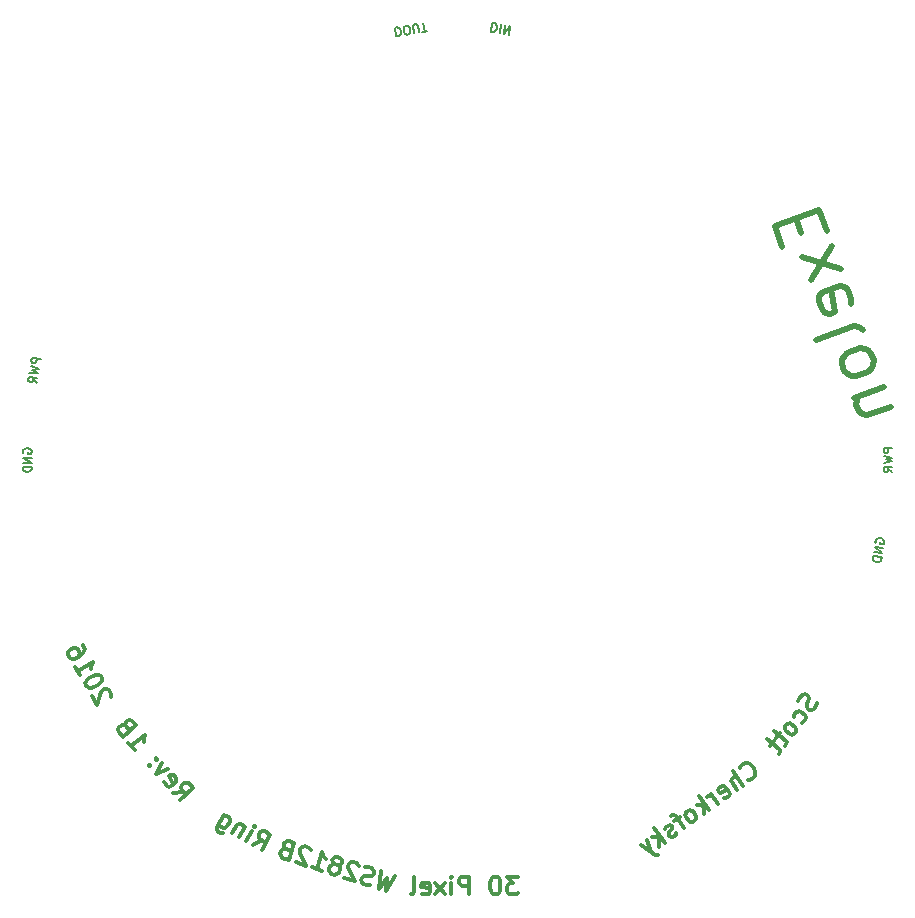
<source format=gbo>
G04 #@! TF.FileFunction,Legend,Bot*
%FSLAX46Y46*%
G04 Gerber Fmt 4.6, Leading zero omitted, Abs format (unit mm)*
G04 Created by KiCad (PCBNEW 4.0.1-stable) date 2/4/2016 5:34:23 PM*
%MOMM*%
G01*
G04 APERTURE LIST*
%ADD10C,0.100000*%
%ADD11C,0.500000*%
%ADD12C,0.300000*%
%ADD13C,0.150000*%
G04 APERTURE END LIST*
D10*
D11*
X206812195Y-54584728D02*
X207268222Y-55837651D01*
X209432542Y-55658005D02*
X208781075Y-53868114D01*
X205022305Y-55236195D01*
X205673772Y-57026086D01*
X209888569Y-56910929D02*
X208099335Y-59791863D01*
X207382722Y-57822983D02*
X210605183Y-58879809D01*
X211468541Y-61808780D02*
X211517236Y-61385655D01*
X211256649Y-60669699D01*
X210947367Y-60376868D01*
X210524242Y-60328172D01*
X209092330Y-60849346D01*
X208799498Y-61158628D01*
X208750802Y-61581753D01*
X209011389Y-62297709D01*
X209320671Y-62590540D01*
X209743797Y-62639237D01*
X210101775Y-62508943D01*
X209808285Y-60588759D01*
X212494437Y-64070492D02*
X212185154Y-63777659D01*
X211762029Y-63728964D01*
X208540226Y-64901605D01*
X213211050Y-66039371D02*
X212901768Y-65746539D01*
X212657631Y-65632697D01*
X212234507Y-65584002D01*
X211160573Y-65974882D01*
X210867741Y-66284164D01*
X210753898Y-66528300D01*
X210705203Y-66951425D01*
X210900643Y-67488392D01*
X211209925Y-67781223D01*
X211454062Y-67895066D01*
X211877186Y-67943761D01*
X212951120Y-67552881D01*
X213243952Y-67243599D01*
X213357794Y-66999462D01*
X213406490Y-66576338D01*
X213211050Y-66039371D01*
X211747550Y-69815250D02*
X214253397Y-68903196D01*
X212105529Y-69684957D02*
X211991686Y-69929092D01*
X211942990Y-70352218D01*
X212138430Y-70889184D01*
X212447712Y-71182016D01*
X212870838Y-71230712D01*
X214839718Y-70514098D01*
D12*
X148823374Y-95077636D02*
X148849519Y-94980063D01*
X148839949Y-94820630D01*
X148661378Y-94511335D01*
X148528090Y-94423332D01*
X148430516Y-94397187D01*
X148271084Y-94406757D01*
X148147367Y-94478186D01*
X147997504Y-94647187D01*
X147683768Y-95818066D01*
X147219483Y-95013900D01*
X148054235Y-93459734D02*
X147982807Y-93336016D01*
X147849519Y-93248013D01*
X147751945Y-93221868D01*
X147592513Y-93231437D01*
X147309363Y-93312436D01*
X147000068Y-93491007D01*
X146788347Y-93695723D01*
X146700344Y-93829010D01*
X146674199Y-93926584D01*
X146683769Y-94086016D01*
X146755197Y-94209734D01*
X146888484Y-94297738D01*
X146986058Y-94323882D01*
X147145490Y-94314312D01*
X147428640Y-94233315D01*
X147737935Y-94054743D01*
X147949656Y-93850027D01*
X148037660Y-93716740D01*
X148063805Y-93619166D01*
X148054235Y-93459734D01*
X145790912Y-92539542D02*
X146219483Y-93281850D01*
X146005197Y-92910696D02*
X147304235Y-92160696D01*
X147190087Y-92391556D01*
X147137798Y-92586704D01*
X147147367Y-92746136D01*
X146447093Y-90676081D02*
X146589950Y-90923517D01*
X146599519Y-91082949D01*
X146573374Y-91180523D01*
X146459226Y-91411383D01*
X146247505Y-91616100D01*
X145752633Y-91901814D01*
X145593201Y-91911383D01*
X145495628Y-91885239D01*
X145362340Y-91797235D01*
X145219483Y-91549799D01*
X145209913Y-91390367D01*
X145236058Y-91292793D01*
X145324062Y-91159507D01*
X145633357Y-90980935D01*
X145792789Y-90971365D01*
X145890362Y-90997510D01*
X146023649Y-91085514D01*
X146166506Y-91332949D01*
X146176076Y-91492382D01*
X146149932Y-91589955D01*
X146061928Y-91723243D01*
X202795502Y-102109437D02*
X202895274Y-102125240D01*
X203110620Y-102057072D01*
X203226193Y-101973103D01*
X203357569Y-101789363D01*
X203389174Y-101589819D01*
X203362992Y-101432261D01*
X203252840Y-101159128D01*
X203126886Y-100985768D01*
X202901160Y-100796604D01*
X202759404Y-100723015D01*
X202559860Y-100691411D01*
X202344515Y-100759577D01*
X202228942Y-100843547D01*
X202097566Y-101027288D01*
X202081763Y-101127060D01*
X202359389Y-102602873D02*
X201477711Y-101389348D01*
X201839307Y-102980735D02*
X201377476Y-102345079D01*
X201351294Y-102187520D01*
X201424883Y-102045764D01*
X201598243Y-101919810D01*
X201755802Y-101893628D01*
X201855574Y-101909431D01*
X200757158Y-103678672D02*
X200914716Y-103652489D01*
X201145863Y-103484551D01*
X201219453Y-103342795D01*
X201193271Y-103185237D01*
X200857393Y-102722941D01*
X200715637Y-102649352D01*
X200558078Y-102675534D01*
X200326931Y-102843472D01*
X200253342Y-102985229D01*
X200279524Y-103142788D01*
X200363493Y-103258361D01*
X201025332Y-102954088D01*
X200221273Y-104156305D02*
X199633487Y-103347288D01*
X199801427Y-103578437D02*
X199659671Y-103504847D01*
X199559899Y-103489045D01*
X199402340Y-103515227D01*
X199286766Y-103599196D01*
X199470043Y-104702106D02*
X198588365Y-103488580D01*
X199018592Y-104323780D02*
X199007748Y-105037983D01*
X198419963Y-104228966D02*
X199218135Y-104355385D01*
X198314304Y-105541799D02*
X198387894Y-105400043D01*
X198403696Y-105300271D01*
X198377514Y-105142713D01*
X198125606Y-104795992D01*
X197983850Y-104722403D01*
X197884078Y-104706600D01*
X197726519Y-104732782D01*
X197553159Y-104858736D01*
X197479570Y-105000492D01*
X197463767Y-105100265D01*
X197489949Y-105257823D01*
X197741857Y-105604544D01*
X197883614Y-105678133D01*
X197983386Y-105693936D01*
X198140944Y-105667753D01*
X198314304Y-105541799D01*
X196975289Y-105278583D02*
X196512993Y-105614460D01*
X197389713Y-106213554D02*
X196633990Y-105173389D01*
X196492234Y-105099800D01*
X196334674Y-105125982D01*
X196219101Y-105209952D01*
X196712073Y-106617598D02*
X196638484Y-106759354D01*
X196407335Y-106927293D01*
X196249777Y-106953476D01*
X196108021Y-106879887D01*
X196066037Y-106822099D01*
X196039854Y-106664541D01*
X196113443Y-106522785D01*
X196286804Y-106396831D01*
X196360393Y-106255075D01*
X196334211Y-106097516D01*
X196292226Y-106039729D01*
X196150470Y-105966140D01*
X195992911Y-105992322D01*
X195819550Y-106118276D01*
X195745961Y-106260033D01*
X195713892Y-107431109D02*
X194832214Y-106217584D01*
X195262441Y-107052784D02*
X195251597Y-107766986D01*
X194663812Y-106957969D02*
X195461984Y-107084388D01*
X194259302Y-107251862D02*
X194558153Y-108270803D01*
X193681434Y-107671709D02*
X194558153Y-108270803D01*
X194883651Y-108475768D01*
X194983422Y-108491571D01*
X195140980Y-108465388D01*
X208623553Y-95629338D02*
X208547911Y-95842173D01*
X208328032Y-96123605D01*
X208183794Y-96192203D01*
X208083531Y-96204514D01*
X207926983Y-96172848D01*
X207814410Y-96084897D01*
X207745813Y-95940659D01*
X207733502Y-95840396D01*
X207765168Y-95683848D01*
X207884784Y-95414726D01*
X207916450Y-95258177D01*
X207904139Y-95157915D01*
X207835542Y-95013676D01*
X207722969Y-94925725D01*
X207566420Y-94894060D01*
X207466158Y-94906370D01*
X207321919Y-94974968D01*
X207102040Y-95256399D01*
X207026400Y-95469235D01*
X207304278Y-97317932D02*
X207448516Y-97249335D01*
X207624419Y-97024189D01*
X207656085Y-96867640D01*
X207643774Y-96767378D01*
X207575177Y-96623140D01*
X207237458Y-96359285D01*
X207080909Y-96327620D01*
X206980647Y-96339930D01*
X206836408Y-96408528D01*
X206660505Y-96633673D01*
X206628840Y-96790222D01*
X206832854Y-98037346D02*
X206864520Y-97880796D01*
X206852209Y-97780534D01*
X206783612Y-97636296D01*
X206445894Y-97372441D01*
X206289345Y-97340777D01*
X206189083Y-97353087D01*
X206044844Y-97421684D01*
X205912917Y-97590543D01*
X205881252Y-97747092D01*
X205893563Y-97847355D01*
X205962159Y-97991593D01*
X206299878Y-98255448D01*
X206456427Y-98287113D01*
X206556690Y-98274802D01*
X206700927Y-98206204D01*
X206832854Y-98037346D01*
X205473158Y-98153408D02*
X205121351Y-98603700D01*
X204947225Y-98014437D02*
X205960382Y-98806002D01*
X206028980Y-98950240D01*
X205997314Y-99106789D01*
X205909362Y-99219362D01*
X204945448Y-98828846D02*
X204593641Y-99279138D01*
X204419515Y-98689875D02*
X205432672Y-99481440D01*
X205501270Y-99625678D01*
X205469604Y-99782227D01*
X205381652Y-99894800D01*
X154108705Y-103219650D02*
X154974087Y-103113272D01*
X154682245Y-103856631D02*
X155796962Y-102852935D01*
X155414603Y-102428282D01*
X155265930Y-102369913D01*
X155165053Y-102364627D01*
X155011094Y-102407135D01*
X154851849Y-102550519D01*
X154793481Y-102699192D01*
X154788194Y-102800068D01*
X154830702Y-102954027D01*
X155213062Y-103378681D01*
X153349271Y-102269466D02*
X153391779Y-102423424D01*
X153582959Y-102635751D01*
X153731631Y-102694119D01*
X153885589Y-102651611D01*
X154310244Y-102269251D01*
X154368612Y-102120579D01*
X154326104Y-101966620D01*
X154134924Y-101754293D01*
X153986252Y-101695925D01*
X153832293Y-101738433D01*
X153726130Y-101834023D01*
X154097917Y-102460431D01*
X153656974Y-101223475D02*
X152674853Y-101627197D01*
X153179024Y-100692658D01*
X152159682Y-100841544D02*
X152058805Y-100836258D01*
X152053518Y-100937134D01*
X152154395Y-100942421D01*
X152159682Y-100841544D01*
X152053518Y-100937134D01*
X152743581Y-100315799D02*
X152642704Y-100310513D01*
X152637417Y-100411389D01*
X152738294Y-100416676D01*
X152743581Y-100315799D01*
X152637417Y-100411389D01*
X150285102Y-98973108D02*
X150858642Y-99610090D01*
X150571872Y-99291599D02*
X151686589Y-98287903D01*
X151622933Y-98537452D01*
X151612361Y-98739206D01*
X151654868Y-98893165D01*
X150104280Y-97598055D02*
X149907813Y-97486605D01*
X149806937Y-97481318D01*
X149652978Y-97523826D01*
X149493733Y-97667211D01*
X149435364Y-97815883D01*
X149430077Y-97916760D01*
X149472586Y-98070719D01*
X149854946Y-98495373D01*
X150969664Y-97491677D01*
X150635098Y-97120104D01*
X150486426Y-97061736D01*
X150385549Y-97056449D01*
X150231591Y-97098958D01*
X150125427Y-97194548D01*
X150067058Y-97343219D01*
X150061772Y-97444097D01*
X150104280Y-97598055D01*
X150438846Y-97969627D01*
X160843246Y-107622660D02*
X161633401Y-107254071D01*
X161585554Y-108051231D02*
X162335554Y-106752193D01*
X161840683Y-106466479D01*
X161681250Y-106456909D01*
X161583677Y-106483055D01*
X161450389Y-106571058D01*
X161343246Y-106756634D01*
X161333677Y-106916067D01*
X161359821Y-107013640D01*
X161447825Y-107146928D01*
X161942696Y-107432642D01*
X160286516Y-107301231D02*
X160786516Y-106435206D01*
X161036516Y-106002193D02*
X161062661Y-106099767D01*
X160965087Y-106125912D01*
X160938943Y-106028338D01*
X161036516Y-106002193D01*
X160965087Y-106125912D01*
X160167926Y-106078063D02*
X159667926Y-106944088D01*
X160096497Y-106201781D02*
X160070353Y-106104208D01*
X159982349Y-105970920D01*
X159796773Y-105863777D01*
X159637340Y-105854208D01*
X159504052Y-105942211D01*
X159111195Y-106622660D01*
X158435875Y-105078063D02*
X157828732Y-106129665D01*
X157819163Y-106289098D01*
X157845307Y-106386671D01*
X157933311Y-106519958D01*
X158118888Y-106627101D01*
X158278320Y-106636671D01*
X157971589Y-105882230D02*
X158059593Y-106015517D01*
X158307029Y-106158374D01*
X158466461Y-106167944D01*
X158564034Y-106141799D01*
X158697322Y-106053796D01*
X158911607Y-105682642D01*
X158921177Y-105523210D01*
X158895033Y-105425637D01*
X158807029Y-105292348D01*
X158559593Y-105149491D01*
X158400161Y-105139922D01*
X172915150Y-110252823D02*
X172111961Y-111569044D01*
X172171321Y-110461765D01*
X171568501Y-111392463D01*
X171692363Y-109855515D01*
X170775382Y-111059659D02*
X170549512Y-111061374D01*
X170209848Y-110951010D01*
X170096056Y-110838933D01*
X170050196Y-110748927D01*
X170026409Y-110590990D01*
X170070554Y-110455125D01*
X170182631Y-110341332D01*
X170272637Y-110295472D01*
X170430575Y-110271685D01*
X170724378Y-110292042D01*
X170882316Y-110268256D01*
X170972321Y-110222395D01*
X171084399Y-110108603D01*
X171128544Y-109972738D01*
X171104757Y-109814800D01*
X171058897Y-109724795D01*
X170945104Y-109612716D01*
X170605442Y-109502353D01*
X170379571Y-109504068D01*
X169814038Y-109395420D02*
X169768178Y-109305414D01*
X169654385Y-109193336D01*
X169314722Y-109082973D01*
X169156784Y-109106761D01*
X169066779Y-109152621D01*
X168954701Y-109266413D01*
X168910556Y-109402278D01*
X168912270Y-109628149D01*
X169462590Y-110708211D01*
X168579467Y-110421267D01*
X168029147Y-109341205D02*
X168187085Y-109317417D01*
X168277090Y-109271557D01*
X168389168Y-109157764D01*
X168411241Y-109089832D01*
X168387453Y-108931895D01*
X168341594Y-108841889D01*
X168227801Y-108729811D01*
X167956070Y-108641520D01*
X167798133Y-108665308D01*
X167708127Y-108711168D01*
X167596049Y-108824961D01*
X167573977Y-108892893D01*
X167597764Y-109050830D01*
X167643624Y-109140836D01*
X167757416Y-109252914D01*
X168029147Y-109341205D01*
X168142940Y-109453282D01*
X168188799Y-109543288D01*
X168212587Y-109701226D01*
X168124297Y-109972956D01*
X168012218Y-110086748D01*
X167922214Y-110132609D01*
X167764275Y-110156395D01*
X167492545Y-110068105D01*
X167378752Y-109956028D01*
X167332892Y-109866022D01*
X167309105Y-109708084D01*
X167397396Y-109436354D01*
X167509473Y-109322561D01*
X167599479Y-109276701D01*
X167757416Y-109252914D01*
X165862163Y-109538362D02*
X166677354Y-109803233D01*
X166269758Y-109670797D02*
X166733284Y-108244213D01*
X166802931Y-108492156D01*
X166894652Y-108672167D01*
X167008444Y-108784245D01*
X165738083Y-108071062D02*
X165692222Y-107981056D01*
X165578430Y-107868978D01*
X165238767Y-107758615D01*
X165080829Y-107782402D01*
X164990823Y-107828263D01*
X164878746Y-107942055D01*
X164834601Y-108077920D01*
X164836315Y-108303791D01*
X165386635Y-109383853D01*
X164503511Y-109096909D01*
X163659389Y-107996488D02*
X163433518Y-107998203D01*
X163343513Y-108044063D01*
X163231435Y-108157855D01*
X163165217Y-108361653D01*
X163189005Y-108519591D01*
X163234864Y-108609597D01*
X163348658Y-108721674D01*
X163892118Y-108898255D01*
X164355643Y-107471670D01*
X163880115Y-107317162D01*
X163722177Y-107340950D01*
X163632172Y-107386810D01*
X163520094Y-107500603D01*
X163475949Y-107636468D01*
X163499736Y-107794405D01*
X163545596Y-107884411D01*
X163659389Y-107996488D01*
X164134917Y-108150997D01*
X183305713Y-110318571D02*
X182377142Y-110318571D01*
X182877142Y-110890000D01*
X182662856Y-110890000D01*
X182519999Y-110961429D01*
X182448570Y-111032857D01*
X182377142Y-111175714D01*
X182377142Y-111532857D01*
X182448570Y-111675714D01*
X182519999Y-111747143D01*
X182662856Y-111818571D01*
X183091428Y-111818571D01*
X183234285Y-111747143D01*
X183305713Y-111675714D01*
X181448571Y-110318571D02*
X181305714Y-110318571D01*
X181162857Y-110390000D01*
X181091428Y-110461429D01*
X181019999Y-110604286D01*
X180948571Y-110890000D01*
X180948571Y-111247143D01*
X181019999Y-111532857D01*
X181091428Y-111675714D01*
X181162857Y-111747143D01*
X181305714Y-111818571D01*
X181448571Y-111818571D01*
X181591428Y-111747143D01*
X181662857Y-111675714D01*
X181734285Y-111532857D01*
X181805714Y-111247143D01*
X181805714Y-110890000D01*
X181734285Y-110604286D01*
X181662857Y-110461429D01*
X181591428Y-110390000D01*
X181448571Y-110318571D01*
X179162857Y-111818571D02*
X179162857Y-110318571D01*
X178591429Y-110318571D01*
X178448571Y-110390000D01*
X178377143Y-110461429D01*
X178305714Y-110604286D01*
X178305714Y-110818571D01*
X178377143Y-110961429D01*
X178448571Y-111032857D01*
X178591429Y-111104286D01*
X179162857Y-111104286D01*
X177662857Y-111818571D02*
X177662857Y-110818571D01*
X177662857Y-110318571D02*
X177734286Y-110390000D01*
X177662857Y-110461429D01*
X177591429Y-110390000D01*
X177662857Y-110318571D01*
X177662857Y-110461429D01*
X177091428Y-111818571D02*
X176305714Y-110818571D01*
X177091428Y-110818571D02*
X176305714Y-111818571D01*
X175162857Y-111747143D02*
X175305714Y-111818571D01*
X175591428Y-111818571D01*
X175734285Y-111747143D01*
X175805714Y-111604286D01*
X175805714Y-111032857D01*
X175734285Y-110890000D01*
X175591428Y-110818571D01*
X175305714Y-110818571D01*
X175162857Y-110890000D01*
X175091428Y-111032857D01*
X175091428Y-111175714D01*
X175805714Y-111318571D01*
X174234285Y-111818571D02*
X174377143Y-111747143D01*
X174448571Y-111604286D01*
X174448571Y-110318571D01*
D13*
X172872488Y-38446030D02*
X173002724Y-39184635D01*
X173178583Y-39153627D01*
X173277897Y-39099850D01*
X173335836Y-39017103D01*
X173358605Y-38940558D01*
X173368970Y-38793670D01*
X173350365Y-38688155D01*
X173290387Y-38553670D01*
X173242811Y-38489528D01*
X173160064Y-38431588D01*
X173048347Y-38415021D01*
X172872488Y-38446030D01*
X173882018Y-39029592D02*
X174022704Y-39004785D01*
X174086846Y-38957211D01*
X174144786Y-38874463D01*
X174155151Y-38727575D01*
X174111739Y-38481373D01*
X174051760Y-38346888D01*
X173969013Y-38288949D01*
X173892468Y-38266180D01*
X173751782Y-38290986D01*
X173687640Y-38338562D01*
X173629699Y-38421309D01*
X173619335Y-38568197D01*
X173662747Y-38814399D01*
X173722725Y-38948884D01*
X173805472Y-39006824D01*
X173882018Y-39029592D01*
X174515107Y-38917961D02*
X174409678Y-38320042D01*
X174432447Y-38243498D01*
X174461417Y-38202125D01*
X174525559Y-38154549D01*
X174666246Y-38129742D01*
X174742790Y-38152511D01*
X174784164Y-38181480D01*
X174831739Y-38245622D01*
X174937168Y-38843541D01*
X175183370Y-38800129D02*
X175605430Y-38725708D01*
X175264164Y-38024313D02*
X175394400Y-38762918D01*
X181132725Y-38032532D02*
X181002489Y-38771137D01*
X181178348Y-38802146D01*
X181290065Y-38785580D01*
X181372811Y-38727639D01*
X181420387Y-38663498D01*
X181480365Y-38529013D01*
X181498970Y-38423498D01*
X181488606Y-38276610D01*
X181465837Y-38200064D01*
X181407897Y-38117318D01*
X181308584Y-38063540D01*
X181132725Y-38032532D01*
X181871331Y-38162768D02*
X181741095Y-38901373D01*
X182223048Y-38224785D02*
X182092812Y-38963391D01*
X182645109Y-38299206D01*
X182514873Y-39037811D01*
X142887780Y-66524109D02*
X142149174Y-66393873D01*
X142099560Y-66675247D01*
X142122328Y-66751791D01*
X142151298Y-66793165D01*
X142215440Y-66840740D01*
X142320955Y-66859346D01*
X142397500Y-66836578D01*
X142438874Y-66807607D01*
X142486449Y-66743466D01*
X142536062Y-66462091D01*
X142031341Y-67062135D02*
X142738938Y-67368230D01*
X142186555Y-67415890D01*
X142689324Y-67649604D01*
X141919710Y-67695226D01*
X142534281Y-68528897D02*
X142225976Y-68220677D01*
X142608702Y-68106836D02*
X141870096Y-67976599D01*
X141820483Y-68257974D01*
X141843251Y-68334518D01*
X141872220Y-68375892D01*
X141936362Y-68423467D01*
X142041878Y-68442072D01*
X142118422Y-68419304D01*
X142159796Y-68390334D01*
X142207371Y-68326193D01*
X142256985Y-68044818D01*
X141395000Y-74478572D02*
X141359286Y-74407143D01*
X141359286Y-74300000D01*
X141395000Y-74192857D01*
X141466429Y-74121429D01*
X141537857Y-74085714D01*
X141680714Y-74050000D01*
X141787857Y-74050000D01*
X141930714Y-74085714D01*
X142002143Y-74121429D01*
X142073571Y-74192857D01*
X142109286Y-74300000D01*
X142109286Y-74371429D01*
X142073571Y-74478572D01*
X142037857Y-74514286D01*
X141787857Y-74514286D01*
X141787857Y-74371429D01*
X142109286Y-74835714D02*
X141359286Y-74835714D01*
X142109286Y-75264286D01*
X141359286Y-75264286D01*
X142109286Y-75621428D02*
X141359286Y-75621428D01*
X141359286Y-75800000D01*
X141395000Y-75907143D01*
X141466429Y-75978571D01*
X141537857Y-76014286D01*
X141680714Y-76050000D01*
X141787857Y-76050000D01*
X141930714Y-76014286D01*
X142002143Y-75978571D01*
X142073571Y-75907143D01*
X142109286Y-75800000D01*
X142109286Y-75621428D01*
X213579925Y-82042135D02*
X213557157Y-81965590D01*
X213575762Y-81860074D01*
X213629538Y-81760761D01*
X213712286Y-81702822D01*
X213788830Y-81680052D01*
X213935719Y-81669688D01*
X214041234Y-81688293D01*
X214175719Y-81748271D01*
X214239861Y-81795847D01*
X214297800Y-81878593D01*
X214314368Y-81990311D01*
X214301964Y-82060654D01*
X214248187Y-82159968D01*
X214206813Y-82188938D01*
X213960611Y-82145526D01*
X213985418Y-82004839D01*
X214221342Y-82517886D02*
X213482736Y-82387650D01*
X214146921Y-82939947D01*
X213408315Y-82809711D01*
X214084904Y-83291663D02*
X213346298Y-83161427D01*
X213315290Y-83337286D01*
X213331856Y-83449003D01*
X213389796Y-83531749D01*
X213453937Y-83579325D01*
X213588422Y-83639303D01*
X213693938Y-83657909D01*
X213840826Y-83647544D01*
X213917372Y-83624775D01*
X214000118Y-83566836D01*
X214053895Y-83467522D01*
X214084904Y-83291663D01*
X214999286Y-73990000D02*
X214249286Y-73990000D01*
X214249286Y-74275715D01*
X214285000Y-74347143D01*
X214320714Y-74382858D01*
X214392143Y-74418572D01*
X214499286Y-74418572D01*
X214570714Y-74382858D01*
X214606429Y-74347143D01*
X214642143Y-74275715D01*
X214642143Y-73990000D01*
X214249286Y-74668572D02*
X214999286Y-74847143D01*
X214463571Y-74990000D01*
X214999286Y-75132858D01*
X214249286Y-75311429D01*
X214999286Y-76025715D02*
X214642143Y-75775715D01*
X214999286Y-75597143D02*
X214249286Y-75597143D01*
X214249286Y-75882858D01*
X214285000Y-75954286D01*
X214320714Y-75990001D01*
X214392143Y-76025715D01*
X214499286Y-76025715D01*
X214570714Y-75990001D01*
X214606429Y-75954286D01*
X214642143Y-75882858D01*
X214642143Y-75597143D01*
M02*

</source>
